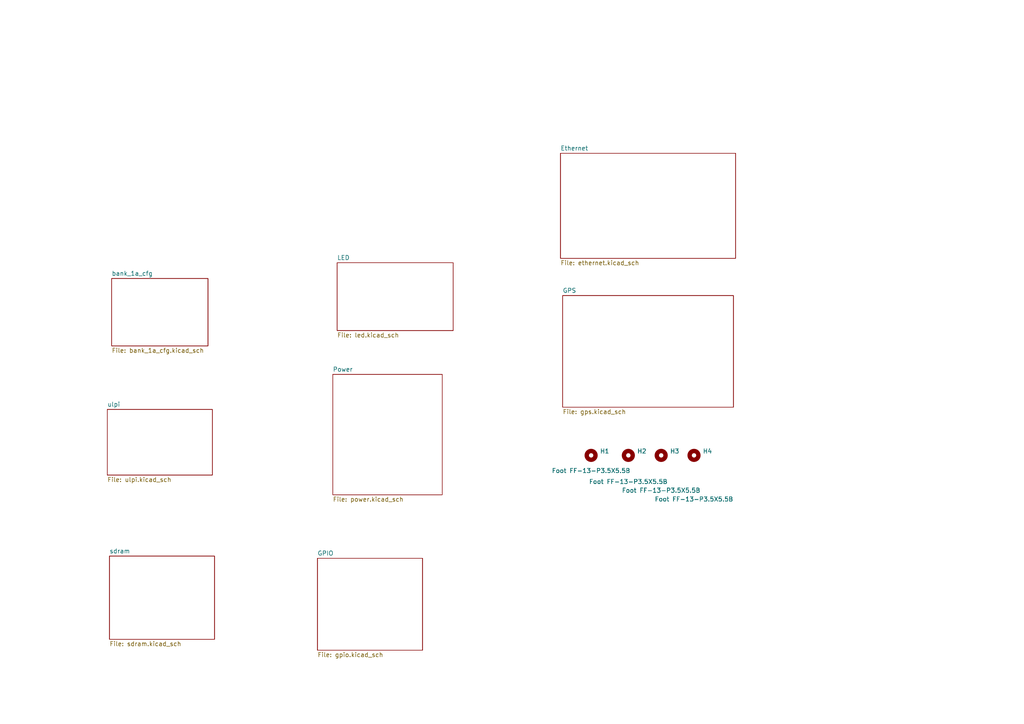
<source format=kicad_sch>
(kicad_sch (version 20230121) (generator eeschema)
  (paper "A4")
  (lib_symbols
    (symbol "Mechanical:MountingHole" (pin_names (offset 1.016))
      (property "Reference" "H" (at 0 5.08 0))
      (property "Value" "MountingHole" (at 0 3.175 0))
      (symbol "MountingHole_0_1"
        (circle (center 0 0) (radius 1.27) (stroke (width 1.27)))
      )
    )
  )
  (symbol (lib_id "Mechanical:MountingHole") (at 191.77 132.08 0) (unit 1)
    (property "Reference" "H3" (at 194.31 130.8679 0) (effects (justify left)))
    (property "Value" "Foot FF-13-P3.5X5.5B" (at 180.34 142.24 0) (effects (justify left)))
    (property "Footprint" "proj_footprints:foot_ff-13" (effects hide))
    (property "Part" "FSR-1" (effects hide))
    (property "Manufacturer" "Essentra" (effects hide))
  )
  (symbol (lib_id "Mechanical:MountingHole") (at 171.45 132.08 0) (unit 1)
    (property "Reference" "H1" (at 173.99 130.8679 0) (effects (justify left)))
    (property "Value" "Foot FF-13-P3.5X5.5B" (at 160.02 136.525 0) (effects (justify left)))
    (property "Footprint" "proj_footprints:foot_ff-13" (effects hide))
    (property "Part" "FSR-1" (effects hide))
    (property "Manufacturer" "Essentra" (effects hide))
  )
  (symbol (lib_id "Mechanical:MountingHole") (at 201.295 132.08 0) (unit 1)
    (property "Reference" "H4" (at 203.835 130.8679 0) (effects (justify left)))
    (property "Value" "Foot FF-13-P3.5X5.5B" (at 189.865 144.78 0) (effects (justify left)))
    (property "Footprint" "proj_footprints:foot_ff-13" (effects hide))
    (property "Part" "FSR-1" (effects hide))
    (property "Manufacturer" "Essentra" (effects hide))
  )
  (symbol (lib_id "Mechanical:MountingHole") (at 182.245 132.08 0) (unit 1)
    (property "Reference" "H2" (at 184.785 130.8679 0) (effects (justify left)))
    (property "Value" "Foot FF-13-P3.5X5.5B" (at 170.815 139.7 0) (effects (justify left)))
    (property "Footprint" "proj_footprints:foot_ff-13" (effects hide))
    (property "Part" "FSR-1" (effects hide))
    (property "Manufacturer" "Essentra" (effects hide))
  )
  (sheet (at 96.52 108.585) (size 31.75 34.925) (stroke (width 0.1524))
    (property "Sheetname" "Power" (at 96.52 107.8734 0) (effects (justify left bottom)))
    (property "Sheetfile" "power.kicad_sch" (at 96.52 144.0946 0) (effects (justify left top)))
  )
  (sheet (at 31.75 161.29) (size 30.48 24.13) (stroke (width 0.1524))
    (property "Sheetname" "sdram" (at 31.75 160.5784 0) (effects (justify left bottom)))
    (property "Sheetfile" "sdram.kicad_sch" (at 31.75 186.0046 0) (effects (justify left top)))
  )
  (sheet (at 162.56 44.45) (size 50.8 30.48) (stroke (width 0.1524))
    (property "Sheetname" "Ethernet" (at 162.56 43.7384 0) (effects (justify left bottom)))
    (property "Sheetfile" "ethernet.kicad_sch" (at 162.56 75.5146 0) (effects (justify left top)))
  )
  (sheet (at 163.195 85.725) (size 49.53 32.385) (stroke (width 0.1524))
    (property "Sheetname" "GPS" (at 163.195 85.0134 0) (effects (justify left bottom)))
    (property "Sheetfile" "gps.kicad_sch" (at 163.195 118.6946 0) (effects (justify left top)))
  )
  (sheet (at 31.115 118.745) (size 30.48 19.05) (stroke (width 0.1524))
    (property "Sheetname" "ulpi" (at 31.115 118.0334 0) (effects (justify left bottom)))
    (property "Sheetfile" "ulpi.kicad_sch" (at 31.115 138.3796 0) (effects (justify left top)))
  )
  (sheet (at 92.075 161.925) (size 30.48 26.67) (stroke (width 0.1524))
    (property "Sheetname" "GPIO" (at 92.075 161.2134 0) (effects (justify left bottom)))
    (property "Sheetfile" "gpio.kicad_sch" (at 92.075 189.1796 0) (effects (justify left top)))
  )
  (sheet (at 32.385 80.772) (size 27.94 19.558) (stroke (width 0.1524))
    (property "Sheetname" "bank_1a_cfg" (at 32.385 80.0604 0) (effects (justify left bottom)))
    (property "Sheetfile" "bank_1a_cfg.kicad_sch" (at 32.385 100.9146 0) (effects (justify left top)))
  )
  (sheet (at 97.79 76.2) (size 33.655 19.685) (stroke (width 0.1524))
    (property "Sheetname" "LED" (at 97.79 75.4884 0) (effects (justify left bottom)))
    (property "Sheetfile" "led.kicad_sch" (at 97.79 96.4696 0) (effects (justify left top)))
  )
)
</source>
